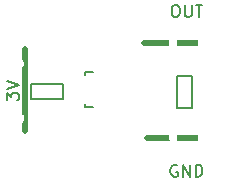
<source format=gto>
%TF.GenerationSoftware,KiCad,Pcbnew,5.0.0-fee4fd1~66~ubuntu16.04.1*%
%TF.CreationDate,2018-09-24T22:16:13-07:00*%
%TF.ProjectId,2x3-Dark-Detector,3278332D4461726B2D4465746563746F,1.0*%
%TF.SameCoordinates,Original*%
%TF.FileFunction,Legend,Top*%
%TF.FilePolarity,Positive*%
%FSLAX46Y46*%
G04 Gerber Fmt 4.6, Leading zero omitted, Abs format (unit mm)*
G04 Created by KiCad (PCBNEW 5.0.0-fee4fd1~66~ubuntu16.04.1) date Mon Sep 24 22:16:13 2018*
%MOMM*%
%LPD*%
G01*
G04 APERTURE LIST*
%ADD10C,0.152400*%
%ADD11C,0.500000*%
%ADD12C,0.150000*%
%ADD13C,0.700000*%
%ADD14C,6.152400*%
%ADD15R,0.902400X0.952400*%
%ADD16R,1.052400X1.052400*%
%ADD17R,0.952400X0.902400*%
G04 APERTURE END LIST*
D10*
X98730404Y-38925500D02*
X98633642Y-38877119D01*
X98488500Y-38877119D01*
X98343357Y-38925500D01*
X98246595Y-39022261D01*
X98198214Y-39119023D01*
X98149833Y-39312547D01*
X98149833Y-39457690D01*
X98198214Y-39651214D01*
X98246595Y-39747976D01*
X98343357Y-39844738D01*
X98488500Y-39893119D01*
X98585261Y-39893119D01*
X98730404Y-39844738D01*
X98778785Y-39796357D01*
X98778785Y-39457690D01*
X98585261Y-39457690D01*
X99214214Y-39893119D02*
X99214214Y-38877119D01*
X99794785Y-39893119D01*
X99794785Y-38877119D01*
X100278595Y-39893119D02*
X100278595Y-38877119D01*
X100520500Y-38877119D01*
X100665642Y-38925500D01*
X100762404Y-39022261D01*
X100810785Y-39119023D01*
X100859166Y-39312547D01*
X100859166Y-39457690D01*
X100810785Y-39651214D01*
X100762404Y-39747976D01*
X100665642Y-39844738D01*
X100520500Y-39893119D01*
X100278595Y-39893119D01*
X98488500Y-25351619D02*
X98682023Y-25351619D01*
X98778785Y-25400000D01*
X98875547Y-25496761D01*
X98923928Y-25690285D01*
X98923928Y-26028952D01*
X98875547Y-26222476D01*
X98778785Y-26319238D01*
X98682023Y-26367619D01*
X98488500Y-26367619D01*
X98391738Y-26319238D01*
X98294976Y-26222476D01*
X98246595Y-26028952D01*
X98246595Y-25690285D01*
X98294976Y-25496761D01*
X98391738Y-25400000D01*
X98488500Y-25351619D01*
X99359357Y-25351619D02*
X99359357Y-26174095D01*
X99407738Y-26270857D01*
X99456119Y-26319238D01*
X99552880Y-26367619D01*
X99746404Y-26367619D01*
X99843166Y-26319238D01*
X99891547Y-26270857D01*
X99939928Y-26174095D01*
X99939928Y-25351619D01*
X100278595Y-25351619D02*
X100859166Y-25351619D01*
X100568880Y-26367619D02*
X100568880Y-25351619D01*
X84279619Y-33413095D02*
X84279619Y-32784142D01*
X84666666Y-33122809D01*
X84666666Y-32977666D01*
X84715047Y-32880904D01*
X84763428Y-32832523D01*
X84860190Y-32784142D01*
X85102095Y-32784142D01*
X85198857Y-32832523D01*
X85247238Y-32880904D01*
X85295619Y-32977666D01*
X85295619Y-33267952D01*
X85247238Y-33364714D01*
X85198857Y-33413095D01*
X84279619Y-32493857D02*
X85295619Y-32155190D01*
X84279619Y-31816523D01*
D11*
X96202500Y-36639500D02*
X103124000Y-36639500D01*
X95885000Y-28575000D02*
X102806500Y-28575000D01*
X85852000Y-29083000D02*
X85852000Y-36004500D01*
D12*
X99949000Y-31369000D02*
X99949000Y-34099500D01*
X98679000Y-34099500D02*
X98679000Y-31369000D01*
D10*
X98679000Y-31369000D02*
X99949000Y-31369000D01*
X98679000Y-34099500D02*
X99949000Y-34099500D01*
D12*
X90916760Y-31200840D02*
X90916760Y-31249100D01*
X91617800Y-33999820D02*
X90916760Y-33999820D01*
X90916760Y-33999820D02*
X90916760Y-33750900D01*
X90916760Y-31200840D02*
X90916760Y-31000180D01*
X90916760Y-31000180D02*
X91617800Y-31000180D01*
D10*
X86348000Y-32004000D02*
X86348000Y-33274000D01*
X89078500Y-32004000D02*
X89078500Y-33274000D01*
D12*
X86348000Y-32004000D02*
X89078500Y-32004000D01*
X89078500Y-33274000D02*
X86348000Y-33274000D01*
%LPC*%
D13*
X90347919Y-36576000D02*
G75*
G02X85471000Y-34925000I-2717919J0D01*
G01*
X85428061Y-30336551D02*
G75*
G02X90424000Y-28956000I2201939J1761551D01*
G01*
X92837000Y-28829000D02*
G75*
G02X95619501Y-31369773I2782501J253227D01*
G01*
X95377773Y-33793499D02*
G75*
G02X92837000Y-36576000I253227J-2782501D01*
G01*
D14*
X103566500Y-28639500D03*
X103566500Y-36639500D03*
D15*
X99314000Y-31952500D03*
X99314000Y-33452500D03*
D16*
X92567760Y-33450000D03*
X92567760Y-31550000D03*
X90568780Y-32500000D03*
D17*
X86995000Y-32639000D03*
X88495000Y-32639000D03*
M02*

</source>
